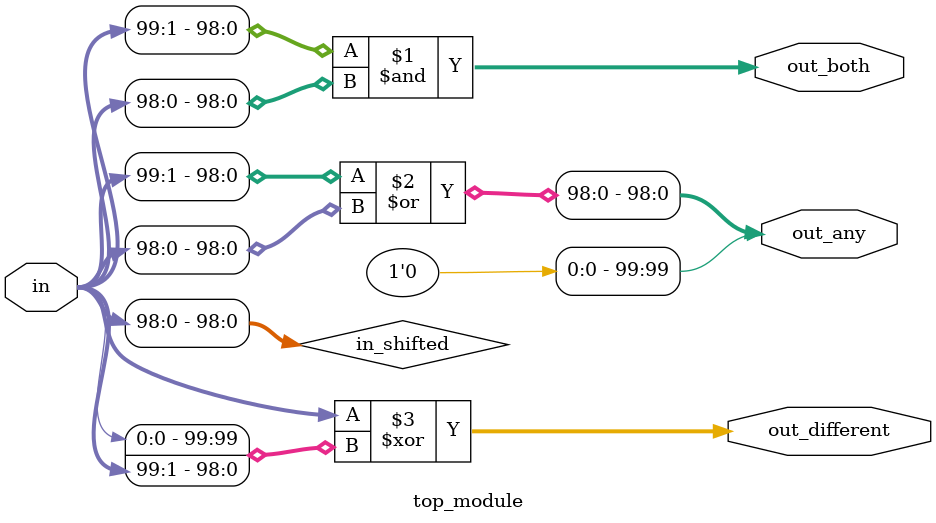
<source format=sv>
module top_module (
    input [99:0] in,
    output [98:0] out_both,
    output [99:0] out_any,
    output [99:0] out_different
);
    wire [99:1] in_shifted;

    assign in_shifted = in[98:0];

    // out_both: AND operation between in[99:1] and in[98:0]
    assign out_both = in[99:1] & in_shifted;
    
    // out_any: OR operation between in[99:1] and in[98:0]
    assign out_any = {1'b0, in[99:1] | in_shifted};

    // out_different: XOR operation
    assign out_different = in ^ {in[0], in[99:1]};
    
endmodule

</source>
